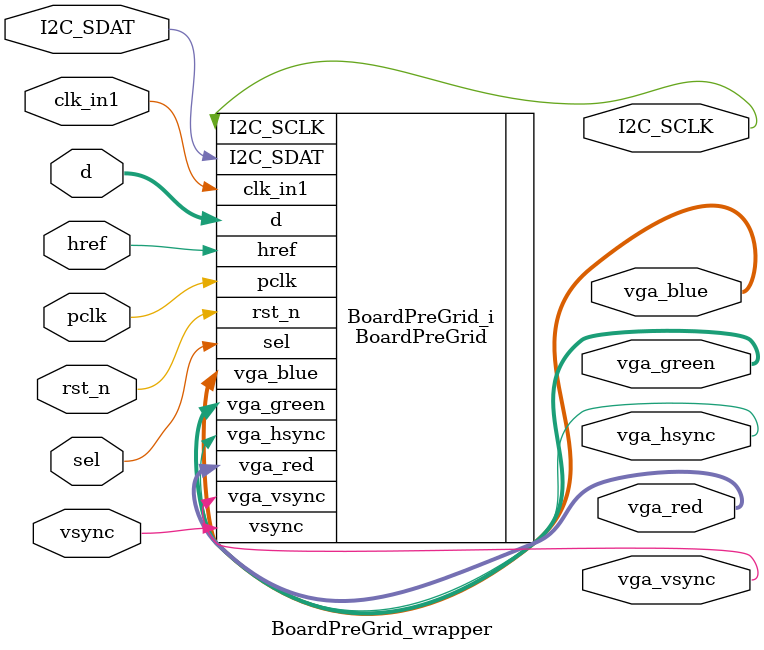
<source format=v>
`timescale 1 ps / 1 ps

module BoardPreGrid_wrapper
   (I2C_SCLK,
    I2C_SDAT,
    clk_in1,
    d,
    href,
    pclk,
    rst_n,
    sel,
    vga_blue,
    vga_green,
    vga_hsync,
    vga_red,
    vga_vsync,
    vsync);
  output I2C_SCLK;
  inout I2C_SDAT;
  input clk_in1;
  input [7:0]d;
  input href;
  input pclk;
  input rst_n;
  input sel;
  output [3:0]vga_blue;
  output [3:0]vga_green;
  output vga_hsync;
  output [3:0]vga_red;
  output vga_vsync;
  input vsync;

  wire I2C_SCLK;
  wire I2C_SDAT;
  wire clk_in1;
  wire [7:0]d;
  wire href;
  wire pclk;
  wire rst_n;
  wire sel;
  wire [3:0]vga_blue;
  wire [3:0]vga_green;
  wire vga_hsync;
  wire [3:0]vga_red;
  wire vga_vsync;
  wire vsync;

BoardPreGrid BoardPreGrid_i
       (.I2C_SCLK(I2C_SCLK),
        .I2C_SDAT(I2C_SDAT),
        .clk_in1(clk_in1),
        .d(d),
        .href(href),
        .pclk(pclk),
        .rst_n(rst_n),
        .sel(sel),
        .vga_blue(vga_blue),
        .vga_green(vga_green),
        .vga_hsync(vga_hsync),
        .vga_red(vga_red),
        .vga_vsync(vga_vsync),
        .vsync(vsync));
endmodule

</source>
